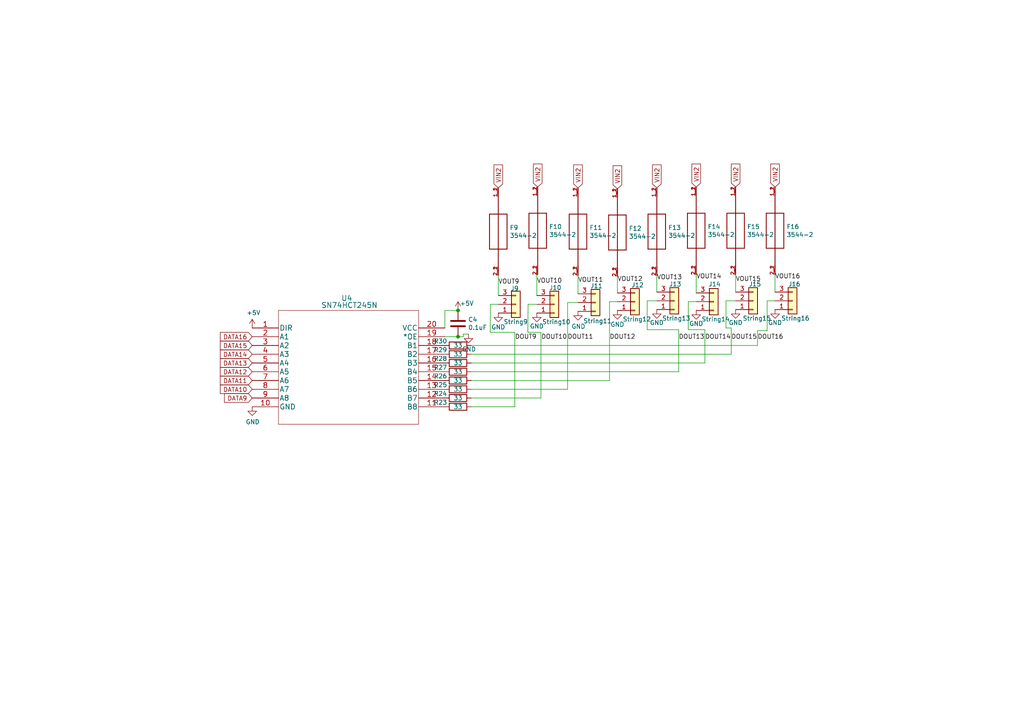
<source format=kicad_sch>
(kicad_sch (version 20211123) (generator eeschema)
  (paper "A4")
  (title_block (title "PB 16") (date "2020-08-11") (rev "v2") (company "Scott Hanson"))
  (lib_symbols
    (symbol "Connector_Generic:Conn_01x03" (pin_names (offset 1.016) hide)
      (property "Reference" "J" (at 0 5.08 0))
      (property "Value" "Conn_01x03" (at 0 -5.08 0))
      (symbol "Conn_01x03_1_1"
        (rectangle (start -1.27 -2.413) (end 0 -2.667) (stroke (width 0.1524)))
        (rectangle (start -1.27 0.127) (end 0 -0.127) (stroke (width 0.1524)))
        (rectangle (start -1.27 2.667) (end 0 2.413) (stroke (width 0.1524)))
        (rectangle (start -1.27 3.81) (end 1.27 -3.81) (stroke (width 0.254)) (fill (type background)))
        (pin passive line (at -5.08 2.54 0) (length 3.81) (name "Pin_1") (number "1"))
        (pin passive line (at -5.08 0 0) (length 3.81) (name "Pin_2") (number "2"))
        (pin passive line (at -5.08 -2.54 0) (length 3.81) (name "Pin_3") (number "3"))
      )
    )
    (symbol "Device:R" (pin_numbers hide) (pin_names (offset 0))
      (property "Reference" "R" (at 2.032 0 90))
      (property "Value" "R" (at 0 0 90))
      (symbol "R_0_1"
        (rectangle (start -1.016 -2.54) (end 1.016 2.54) (stroke (width 0.254)))
      )
      (symbol "R_1_1"
        (pin passive line (at 0 3.81 270) (length 1.27) (name "~") (number "1"))
        (pin passive line (at 0 -3.81 90) (length 1.27) (name "~") (number "2"))
      )
    )
    (symbol "PB_16-rescue:3544-2-Keystone_Fuse" (pin_names (offset 1.016) hide)
      (property "Reference" "F" (at -5.08 3.302 0))
      (property "Value" "3544-2-Keystone_Fuse" (at -5.08 -5.08 0))
      (symbol "3544-2-Keystone_Fuse_0_0"
        (polyline (pts (xy -12.7 0) (xy 12.7 0)) (stroke (width 0.254)))
        (polyline (pts (xy -5.08 -2.54) (xy -5.08 2.54)) (stroke (width 0.254)))
        (polyline (pts (xy -5.08 2.54) (xy 5.08 2.54)) (stroke (width 0.254)))
        (polyline (pts (xy 5.08 -2.54) (xy -5.08 -2.54)) (stroke (width 0.254)))
        (polyline (pts (xy 5.08 2.54) (xy 5.08 -2.54)) (stroke (width 0.254)))
        (pin passive line (at -12.7 0 0) (length 2.54) (name "1") (number "1_1"))
        (pin passive line (at -12.7 0 0) (length 2.54) (name "1") (number "1_2"))
        (pin passive line (at 12.7 0 180) (length 2.54) (name "2") (number "2_1"))
        (pin passive line (at 12.7 0 180) (length 2.54) (name "2") (number "2_2"))
      )
    )
    (symbol "PB_16-rescue:C-Device" (pin_numbers hide) (pin_names (offset 0.254))
      (property "Reference" "C" (at 0.635 2.54 0))
      (property "Value" "C-Device" (at 0.635 -2.54 0))
      (symbol "C-Device_0_1"
        (polyline (pts (xy -2.032 -0.762) (xy 2.032 -0.762)) (stroke (width 0.508)))
        (polyline (pts (xy -2.032 0.762) (xy 2.032 0.762)) (stroke (width 0.508)))
      )
      (symbol "C-Device_1_1"
        (pin passive line (at 0 3.81 270) (length 2.794) (name "~") (number "1"))
        (pin passive line (at 0 -3.81 90) (length 2.794) (name "~") (number "2"))
      )
    )
    (symbol "PB_16-rescue:SN74HCT245N-SN74HCT245N" (pin_names (offset 0.254))
      (property "Reference" "U" (at 27.94 10.16 0))
      (property "Value" "SN74HCT245N-SN74HCT245N" (at 27.94 7.62 0))
      (symbol "SN74HCT245N-SN74HCT245N_1_0"
        (polyline (pts (xy 7.62 -27.94) (xy 48.26 -27.94)) (stroke (width 0.127)))
        (polyline (pts (xy 7.62 5.08) (xy 7.62 -27.94)) (stroke (width 0.127)))
        (polyline (pts (xy 48.26 -27.94) (xy 48.26 5.08)) (stroke (width 0.127)))
        (polyline (pts (xy 48.26 5.08) (xy 7.62 5.08)) (stroke (width 0.127)))
        (pin input line (at 0 0 0) (length 7.62) (name "DIR") (number "1"))
        (pin power_in line (at 0 -22.86 0) (length 7.62) (name "GND") (number "10"))
        (pin bidirectional line (at 55.88 -22.86 180) (length 7.62) (name "B8") (number "11"))
        (pin bidirectional line (at 55.88 -20.32 180) (length 7.62) (name "B7") (number "12"))
        (pin bidirectional line (at 55.88 -17.78 180) (length 7.62) (name "B6") (number "13"))
        (pin bidirectional line (at 55.88 -15.24 180) (length 7.62) (name "B5") (number "14"))
        (pin bidirectional line (at 55.88 -12.7 180) (length 7.62) (name "B4") (number "15"))
        (pin bidirectional line (at 55.88 -10.16 180) (length 7.62) (name "B3") (number "16"))
        (pin bidirectional line (at 55.88 -7.62 180) (length 7.62) (name "B2") (number "17"))
        (pin bidirectional line (at 55.88 -5.08 180) (length 7.62) (name "B1") (number "18"))
        (pin input line (at 55.88 -2.54 180) (length 7.62) (name "*OE") (number "19"))
        (pin bidirectional line (at 0 -2.54 0) (length 7.62) (name "A1") (number "2"))
        (pin power_in line (at 55.88 0 180) (length 7.62) (name "VCC") (number "20"))
        (pin bidirectional line (at 0 -5.08 0) (length 7.62) (name "A2") (number "3"))
        (pin bidirectional line (at 0 -7.62 0) (length 7.62) (name "A3") (number "4"))
        (pin bidirectional line (at 0 -10.16 0) (length 7.62) (name "A4") (number "5"))
        (pin bidirectional line (at 0 -12.7 0) (length 7.62) (name "A5") (number "6"))
        (pin bidirectional line (at 0 -15.24 0) (length 7.62) (name "A6") (number "7"))
        (pin bidirectional line (at 0 -17.78 0) (length 7.62) (name "A7") (number "8"))
        (pin bidirectional line (at 0 -20.32 0) (length 7.62) (name "A8") (number "9"))
      )
    )
    (symbol "power:+5V" (power) (pin_names (offset 0))
      (property "Value" "+5V" (at 0 3.556 0))
      (symbol "+5V_0_1"
        (polyline (pts (xy -0.762 1.27) (xy 0 2.54)))
        (polyline (pts (xy 0 0) (xy 0 2.54)))
        (polyline (pts (xy 0 2.54) (xy 0.762 1.27)))
      )
      (symbol "+5V_1_1"
        (pin power_in line (at 0 0 90) (length 0) hide (name "+5V") (number "1"))
      )
    )
    (symbol "power:GND" (power) (pin_names (offset 0))
      (property "Value" "GND" (at 0 -3.81 0))
      (symbol "GND_0_1"
        (polyline (pts (xy 0 0) (xy 0 -1.27) (xy 1.27 -1.27) (xy 0 -2.54) (xy -1.27 -1.27) (xy 0 -1.27)))
      )
      (symbol "GND_1_1"
        (pin power_in line (at 0 0 270) (length 0) hide (name "GND") (number "1"))
      )
    )
  )
  (junction (at 132.842 90.043))
  (junction (at 132.842 97.663))
  (wire (pts (xy 153.0895 96.393) (xy 153.162 88.265)))
  (wire (pts (xy 213.36 79.629) (xy 213.36 84.709)))
  (wire (pts (xy 155.702 79.629) (xy 155.956 79.629)))
  (wire (pts (xy 179.07 84.963) (xy 179.07 80.137)))
  (wire (pts (xy 164.6272 112.903) (xy 164.6272 87.757)))
  (wire (pts (xy 136.652 115.443) (xy 156.8995 115.443)))
  (wire (pts (xy 196.85 107.823) (xy 196.85 95.631)))
  (wire (pts (xy 190.5 84.709) (xy 190.5 79.883)))
  (wire (pts (xy 201.93 79.629) (xy 201.93 84.963)))
  (wire (pts (xy 134.366 97.663) (xy 132.842 97.663)))
  (wire (pts (xy 155.702 85.725) (xy 155.702 79.629)))
  (wire (pts (xy 224.79 84.709) (xy 224.79 79.629)))
  (wire (pts (xy 187.706 95.631) (xy 196.85 95.631)))
  (wire (pts (xy 190.5 87.249) (xy 187.706 87.249)))
  (wire (pts (xy 132.842 97.663) (xy 129.032 97.663)))
  (wire (pts (xy 212.09 95.123) (xy 210.566 95.123)))
  (wire (pts (xy 201.93 87.503) (xy 199.644 87.503)))
  (wire (pts (xy 176.784 110.363) (xy 176.784 87.503)))
  (wire (pts (xy 142.24 88.265) (xy 144.526 88.265)))
  (wire (pts (xy 219.71 95.885) (xy 222.504 95.885)))
  (wire (pts (xy 142.2 96.393) (xy 149.312 96.393)))
  (wire (pts (xy 210.566 95.123) (xy 210.566 87.249)))
  (wire (pts (xy 167.64 79.883) (xy 167.64 85.217)))
  (wire (pts (xy 153.0895 96.393) (xy 156.8995 96.393)))
  (wire (pts (xy 212.09 102.743) (xy 212.09 95.123)))
  (wire (pts (xy 222.504 87.249) (xy 224.79 87.249)))
  (wire (pts (xy 136.652 110.363) (xy 176.784 110.363)))
  (wire (pts (xy 142.2 96.393) (xy 142.24 88.265)))
  (wire (pts (xy 199.644 87.503) (xy 199.6169 95.631)))
  (wire (pts (xy 210.566 87.249) (xy 213.36 87.249)))
  (wire (pts (xy 187.706 87.249) (xy 187.706 95.631)))
  (wire (pts (xy 199.6169 95.631) (xy 204.4429 95.631)))
  (wire (pts (xy 134.366 96.901) (xy 134.366 97.663)))
  (wire (pts (xy 129.032 90.043) (xy 129.032 95.123)))
  (wire (pts (xy 135.89 96.901) (xy 134.366 96.901)))
  (wire (pts (xy 144.526 79.883) (xy 144.526 85.725)))
  (wire (pts (xy 136.652 107.823) (xy 196.85 107.823)))
  (wire (pts (xy 204.4429 105.283) (xy 204.4429 95.631)))
  (wire (pts (xy 155.702 88.265) (xy 153.162 88.265)))
  (wire (pts (xy 136.652 112.903) (xy 164.6272 112.903)))
  (wire (pts (xy 179.07 87.503) (xy 176.784 87.503)))
  (wire (pts (xy 136.652 105.283) (xy 204.4429 105.283)))
  (wire (pts (xy 136.652 100.203) (xy 219.71 100.203)))
  (wire (pts (xy 136.652 102.743) (xy 212.09 102.743)))
  (wire (pts (xy 132.842 90.043) (xy 129.032 90.043)))
  (wire (pts (xy 164.6272 87.757) (xy 167.64 87.757)))
  (wire (pts (xy 136.652 117.983) (xy 149.312 117.983)))
  (wire (pts (xy 149.312 117.983) (xy 149.312 96.393)))
  (wire (pts (xy 219.71 100.203) (xy 219.71 95.885)))
  (wire (pts (xy 222.504 95.885) (xy 222.504 87.249)))
  (wire (pts (xy 156.8995 115.443) (xy 156.8995 96.393)))
  (label "VOUT15" (at 213.36 81.915 0))
  (label "DOUT13" (at 196.85 98.679 0))
  (label "VOUT12" (at 179.07 81.915 0))
  (label "DOUT11" (at 164.592 98.679 0))
  (label "DOUT14" (at 204.47 98.679 0))
  (label "VOUT10" (at 155.702 82.423 0))
  (label "DOUT9" (at 149.352 98.679 0))
  (label "VOUT14" (at 201.93 81.153 0))
  (label "DOUT16" (at 219.71 98.679 0))
  (label "VOUT16" (at 224.79 81.153 0))
  (label "DOUT15" (at 212.09 98.679 0))
  (label "VOUT9" (at 144.526 82.677 0))
  (label "VOUT11" (at 167.64 82.169 0))
  (label "DOUT12" (at 176.784 98.679 0))
  (label "VOUT13" (at 190.5 81.407 0))
  (label "DOUT10" (at 156.972 98.679 0))
  (global_label "DATA11" (shape input) (at 73.152 110.363 180) (property "Intersheet References" "${INTERSHEET_REFS}" (effects hide)))
  (global_label "VIN2" (shape input) (at 190.5 54.483 90) (property "Intersheet References" "${INTERSHEET_REFS}" (effects hide)))
  (global_label "VIN2" (shape input) (at 201.93 54.229 90) (property "Intersheet References" "${INTERSHEET_REFS}" (effects hide)))
  (global_label "DATA14" (shape input) (at 73.152 102.743 180) (property "Intersheet References" "${INTERSHEET_REFS}" (effects hide)))
  (global_label "VIN2" (shape input) (at 224.79 54.229 90) (property "Intersheet References" "${INTERSHEET_REFS}" (effects hide)))
  (global_label "VIN2" (shape input) (at 179.07 54.737 90) (property "Intersheet References" "${INTERSHEET_REFS}" (effects hide)))
  (global_label "DATA15" (shape input) (at 73.152 100.203 180) (property "Intersheet References" "${INTERSHEET_REFS}" (effects hide)))
  (global_label "DATA16" (shape input) (at 73.152 97.663 180) (property "Intersheet References" "${INTERSHEET_REFS}" (effects hide)))
  (global_label "VIN2" (shape input) (at 167.64 54.483 90) (property "Intersheet References" "${INTERSHEET_REFS}" (effects hide)))
  (global_label "VIN2" (shape input) (at 213.36 54.229 90) (property "Intersheet References" "${INTERSHEET_REFS}" (effects hide)))
  (global_label "DATA9" (shape input) (at 73.152 115.443 180) (property "Intersheet References" "${INTERSHEET_REFS}" (effects hide)))
  (global_label "VIN2" (shape input) (at 144.526 54.483 90) (property "Intersheet References" "${INTERSHEET_REFS}" (effects hide)))
  (global_label "VIN2" (shape input) (at 155.956 54.229 90) (property "Intersheet References" "${INTERSHEET_REFS}" (effects hide)))
  (global_label "DATA12" (shape input) (at 73.152 107.823 180) (property "Intersheet References" "${INTERSHEET_REFS}" (effects hide)))
  (global_label "DATA13" (shape input) (at 73.152 105.283 180) (property "Intersheet References" "${INTERSHEET_REFS}" (effects hide)))
  (global_label "DATA10" (shape input) (at 73.152 112.903 180) (property "Intersheet References" "${INTERSHEET_REFS}" (effects hide)))
  (symbol (lib_id "Connector_Generic:Conn_01x03") (at 149.606 88.265 0) (mirror x) (unit 1)
    (property "Reference" "J9" (at 148.082 83.693 0) (effects (justify left)))
    (property "Value" "String9" (at 146.05 93.345 0) (effects (justify left)))
    (property "Footprint" "Connector_Phoenix_MC:PhoenixContact_MCV_1,5_3-G-3.5_1x03_P3.50mm_Vertical" (effects hide))
    (property "Digi-Key_PN" "277-5737-ND/ED10555-ND" (effects hide))
    (property "MPN" "1843619/OSTTJ0311530" (effects hide))
  )
  (symbol (lib_id "Connector_Generic:Conn_01x03") (at 160.782 88.265 0) (mirror x) (unit 1)
    (property "Reference" "J10" (at 159.258 83.439 0) (effects (justify left)))
    (property "Value" "String10" (at 157.226 93.345 0) (effects (justify left)))
    (property "Footprint" "Connector_Phoenix_MC:PhoenixContact_MCV_1,5_3-G-3.5_1x03_P3.50mm_Vertical" (effects hide))
    (property "Digi-Key_PN" "277-5737-ND/ED10555-ND" (effects hide))
    (property "MPN" "1843619/OSTTJ0311530" (effects hide))
  )
  (symbol (lib_id "Connector_Generic:Conn_01x03") (at 172.72 87.757 0) (mirror x) (unit 1)
    (property "Reference" "J11" (at 171.196 82.931 0) (effects (justify left)))
    (property "Value" "String11" (at 169.164 93.091 0) (effects (justify left)))
    (property "Footprint" "Connector_Phoenix_MC:PhoenixContact_MCV_1,5_3-G-3.5_1x03_P3.50mm_Vertical" (effects hide))
    (property "Digi-Key_PN" "277-5737-ND/ED10555-ND" (effects hide))
    (property "MPN" "1843619/OSTTJ0311530" (effects hide))
  )
  (symbol (lib_id "Connector_Generic:Conn_01x03") (at 184.15 87.503 0) (mirror x) (unit 1)
    (property "Reference" "J12" (at 183.134 82.677 0) (effects (justify left)))
    (property "Value" "String12" (at 180.594 92.583 0) (effects (justify left)))
    (property "Footprint" "Connector_Phoenix_MC:PhoenixContact_MCV_1,5_3-G-3.5_1x03_P3.50mm_Vertical" (effects hide))
    (property "Digi-Key_PN" "277-5737-ND/ED10555-ND" (effects hide))
    (property "MPN" "1843619/OSTTJ0311530" (effects hide))
  )
  (symbol (lib_id "Connector_Generic:Conn_01x03") (at 195.58 87.249 0) (mirror x) (unit 1)
    (property "Reference" "J13" (at 194.056 82.423 0) (effects (justify left)))
    (property "Value" "String13" (at 192.024 92.329 0) (effects (justify left)))
    (property "Footprint" "Connector_Phoenix_MC:PhoenixContact_MCV_1,5_3-G-3.5_1x03_P3.50mm_Vertical" (effects hide))
    (property "Digi-Key_PN" "277-5737-ND/ED10555-ND" (effects hide))
    (property "MPN" "1843619/OSTTJ0311530" (effects hide))
  )
  (symbol (lib_id "Connector_Generic:Conn_01x03") (at 207.01 87.503 0) (mirror x) (unit 1)
    (property "Reference" "J14" (at 205.486 82.423 0) (effects (justify left)))
    (property "Value" "String14" (at 203.454 92.583 0) (effects (justify left)))
    (property "Footprint" "Connector_Phoenix_MC:PhoenixContact_MCV_1,5_3-G-3.5_1x03_P3.50mm_Vertical" (effects hide))
    (property "Digi-Key_PN" "277-5737-ND/ED10555-ND" (effects hide))
    (property "MPN" "1843619/OSTTJ0311530" (effects hide))
  )
  (symbol (lib_id "Connector_Generic:Conn_01x03") (at 218.44 87.249 0) (mirror x) (unit 1)
    (property "Reference" "J15" (at 217.17 82.423 0) (effects (justify left)))
    (property "Value" "String15" (at 215.392 92.329 0) (effects (justify left)))
    (property "Footprint" "Connector_Phoenix_MC:PhoenixContact_MCV_1,5_3-G-3.5_1x03_P3.50mm_Vertical" (effects hide))
    (property "Digi-Key_PN" "277-5737-ND/ED10555-ND" (effects hide))
    (property "MPN" "1843619/OSTTJ0311530" (effects hide))
  )
  (symbol (lib_id "Connector_Generic:Conn_01x03") (at 229.87 87.249 0) (mirror x) (unit 1)
    (property "Reference" "J16" (at 228.6 82.423 0) (effects (justify left)))
    (property "Value" "String16" (at 226.568 92.329 0) (effects (justify left)))
    (property "Footprint" "Connector_Phoenix_MC:PhoenixContact_MCV_1,5_3-G-3.5_1x03_P3.50mm_Vertical" (effects hide))
    (property "Digi-Key_PN" "277-5737-ND/ED10555-ND" (effects hide))
    (property "MPN" "1843619/OSTTJ0311530" (effects hide))
  )
  (symbol (lib_id "power:GND") (at 144.526 90.805 0) (unit 1)
    (property "Reference" "#PWR024" (effects hide))
    (property "Value" "GND" (at 144.526 94.869 0))
  )
  (symbol (lib_id "power:GND") (at 155.702 90.805 0) (unit 1)
    (property "Reference" "#PWR025" (effects hide))
    (property "Value" "GND" (at 155.702 94.615 0))
  )
  (symbol (lib_id "power:GND") (at 167.64 90.297 0) (unit 1)
    (property "Reference" "#PWR026" (effects hide))
    (property "Value" "GND" (at 167.767 94.6912 0))
  )
  (symbol (lib_id "power:GND") (at 179.07 90.043 0) (unit 1)
    (property "Reference" "#PWR027" (effects hide))
    (property "Value" "GND" (at 179.07 94.107 0))
  )
  (symbol (lib_id "power:GND") (at 190.5 89.789 0) (unit 1)
    (property "Reference" "#PWR028" (effects hide))
    (property "Value" "GND" (at 190.5 93.599 0))
  )
  (symbol (lib_id "power:GND") (at 201.93 90.043 0) (unit 1)
    (property "Reference" "#PWR029" (effects hide))
    (property "Value" "GND" (at 201.93 93.853 0))
  )
  (symbol (lib_id "power:GND") (at 213.36 89.789 0) (unit 1)
    (property "Reference" "#PWR030" (effects hide))
    (property "Value" "GND" (at 213.36 93.599 0))
  )
  (symbol (lib_id "power:GND") (at 224.79 89.789 0) (unit 1)
    (property "Reference" "#PWR031" (effects hide))
    (property "Value" "GND" (at 224.79 93.599 0))
  )
  (symbol (lib_id "PB_16-rescue:3544-2-Keystone_Fuse") (at 155.956 66.929 270) (unit 1)
    (property "Reference" "F10" (at 159.258 65.7606 90) (effects (justify left)))
    (property "Value" "3544-2" (at 159.258 68.072 90) (effects (justify left)))
    (property "Footprint" "Keystone_Fuse:FUSE_3544-2" (effects hide))
    (property "Field4" "3544-2" (effects hide))
    (property "Field5" "None" (effects hide))
    (property "Field6" "Unavailable" (effects hide))
    (property "Field7" "Fuse Clip; 500 VAC; 30 A; PCB; For 0.110 in. x 0.032 in. mini blade fuses" (effects hide))
    (property "Field8" "Keystone Electronics" (effects hide))
    (property "Digi-Key_PN" "36-3544-2-ND" (effects hide))
    (property "MPN" "3544-2" (effects hide))
  )
  (symbol (lib_id "PB_16-rescue:3544-2-Keystone_Fuse") (at 167.64 67.183 270) (unit 1)
    (property "Reference" "F11" (at 170.942 66.0146 90) (effects (justify left)))
    (property "Value" "3544-2" (at 170.942 68.326 90) (effects (justify left)))
    (property "Footprint" "Keystone_Fuse:FUSE_3544-2" (effects hide))
    (property "Field4" "3544-2" (effects hide))
    (property "Field5" "None" (effects hide))
    (property "Field6" "Unavailable" (effects hide))
    (property "Field7" "Fuse Clip; 500 VAC; 30 A; PCB; For 0.110 in. x 0.032 in. mini blade fuses" (effects hide))
    (property "Field8" "Keystone Electronics" (effects hide))
    (property "Digi-Key_PN" "36-3544-2-ND" (effects hide))
    (property "MPN" "3544-2" (effects hide))
  )
  (symbol (lib_id "PB_16-rescue:3544-2-Keystone_Fuse") (at 179.07 67.437 270) (unit 1)
    (property "Reference" "F12" (at 182.372 66.2686 90) (effects (justify left)))
    (property "Value" "3544-2" (at 182.372 68.58 90) (effects (justify left)))
    (property "Footprint" "Keystone_Fuse:FUSE_3544-2" (effects hide))
    (property "Field4" "3544-2" (effects hide))
    (property "Field5" "None" (effects hide))
    (property "Field6" "Unavailable" (effects hide))
    (property "Field7" "Fuse Clip; 500 VAC; 30 A; PCB; For 0.110 in. x 0.032 in. mini blade fuses" (effects hide))
    (property "Field8" "Keystone Electronics" (effects hide))
    (property "Digi-Key_PN" "36-3544-2-ND" (effects hide))
    (property "MPN" "3544-2" (effects hide))
  )
  (symbol (lib_id "PB_16-rescue:3544-2-Keystone_Fuse") (at 190.5 67.183 270) (unit 1)
    (property "Reference" "F13" (at 193.802 66.0146 90) (effects (justify left)))
    (property "Value" "3544-2" (at 193.802 68.326 90) (effects (justify left)))
    (property "Footprint" "Keystone_Fuse:FUSE_3544-2" (effects hide))
    (property "Field4" "3544-2" (effects hide))
    (property "Field5" "None" (effects hide))
    (property "Field6" "Unavailable" (effects hide))
    (property "Field7" "Fuse Clip; 500 VAC; 30 A; PCB; For 0.110 in. x 0.032 in. mini blade fuses" (effects hide))
    (property "Field8" "Keystone Electronics" (effects hide))
    (property "Digi-Key_PN" "36-3544-2-ND" (effects hide))
    (property "MPN" "3544-2" (effects hide))
  )
  (symbol (lib_id "PB_16-rescue:3544-2-Keystone_Fuse") (at 201.93 66.929 270) (unit 1)
    (property "Reference" "F14" (at 205.232 65.7606 90) (effects (justify left)))
    (property "Value" "3544-2" (at 205.232 68.072 90) (effects (justify left)))
    (property "Footprint" "Keystone_Fuse:FUSE_3544-2" (effects hide))
    (property "Field4" "3544-2" (effects hide))
    (property "Field5" "None" (effects hide))
    (property "Field6" "Unavailable" (effects hide))
    (property "Field7" "Fuse Clip; 500 VAC; 30 A; PCB; For 0.110 in. x 0.032 in. mini blade fuses" (effects hide))
    (property "Field8" "Keystone Electronics" (effects hide))
    (property "Digi-Key_PN" "36-3544-2-ND" (effects hide))
    (property "MPN" "3544-2" (effects hide))
  )
  (symbol (lib_id "PB_16-rescue:3544-2-Keystone_Fuse") (at 213.36 66.929 270) (unit 1)
    (property "Reference" "F15" (at 216.662 65.7606 90) (effects (justify left)))
    (property "Value" "3544-2" (at 216.662 68.072 90) (effects (justify left)))
    (property "Footprint" "Keystone_Fuse:FUSE_3544-2" (effects hide))
    (property "Field4" "3544-2" (effects hide))
    (property "Field5" "None" (effects hide))
    (property "Field6" "Unavailable" (effects hide))
    (property "Field7" "Fuse Clip; 500 VAC; 30 A; PCB; For 0.110 in. x 0.032 in. mini blade fuses" (effects hide))
    (property "Field8" "Keystone Electronics" (effects hide))
    (property "Digi-Key_PN" "36-3544-2-ND" (effects hide))
    (property "MPN" "3544-2" (effects hide))
  )
  (symbol (lib_id "PB_16-rescue:3544-2-Keystone_Fuse") (at 224.79 66.929 270) (unit 1)
    (property "Reference" "F16" (at 228.092 65.7606 90) (effects (justify left)))
    (property "Value" "3544-2" (at 228.092 68.072 90) (effects (justify left)))
    (property "Footprint" "Keystone_Fuse:FUSE_3544-2" (effects hide))
    (property "Field4" "3544-2" (effects hide))
    (property "Field5" "None" (effects hide))
    (property "Field6" "Unavailable" (effects hide))
    (property "Field7" "Fuse Clip; 500 VAC; 30 A; PCB; For 0.110 in. x 0.032 in. mini blade fuses" (effects hide))
    (property "Field8" "Keystone Electronics" (effects hide))
    (property "Digi-Key_PN" "36-3544-2-ND" (effects hide))
    (property "MPN" "3544-2" (effects hide))
  )
  (symbol (lib_id "power:GND") (at 135.89 96.901 0) (unit 1)
    (property "Reference" "#PWR023" (effects hide))
    (property "Value" "GND" (at 136.017 101.2952 0))
  )
  (symbol (lib_id "power:+5V") (at 73.152 95.123 0) (unit 1)
    (property "Reference" "#PWR020" (effects hide))
    (property "Value" "+5V" (at 73.533 90.7288 0))
  )
  (symbol (lib_id "power:GND") (at 73.152 117.983 0) (unit 1)
    (property "Reference" "#PWR021" (effects hide))
    (property "Value" "GND" (at 73.279 122.3772 0))
  )
  (symbol (lib_id "PB_16-rescue:C-Device") (at 132.842 93.853 0) (unit 1)
    (property "Reference" "C4" (at 135.763 92.6846 0) (effects (justify left)))
    (property "Value" "0.1uF" (at 135.763 94.996 0) (effects (justify left)))
    (property "Footprint" "Capacitor_SMD:C_0805_2012Metric_Pad1.15x1.40mm_HandSolder" (effects hide))
    (property "Digi-Key_PN" "1276-1007-1-ND" (effects hide))
    (property "MPN" "CL21F104ZBCNNNC" (effects hide))
    (property "LCSC" "C49678" (effects hide))
  )
  (symbol (lib_id "power:+5V") (at 132.842 90.043 0) (unit 1)
    (property "Reference" "#PWR022" (effects hide))
    (property "Value" "+5V" (at 135.382 88.011 0))
  )
  (symbol (lib_id "PB_16-rescue:SN74HCT245N-SN74HCT245N") (at 73.152 95.123 0) (unit 1)
    (property "Reference" "U4" (at 100.584 86.487 0) (effects (font (size 1.524 1.524))))
    (property "Value" "SN74HCT245N" (at 101.346 88.519 0) (effects (font (size 1.524 1.524))))
    (property "Footprint" "SN74HCT245NSR:SN74HCT245NSR" (effects hide))
    (property "Digi-Key_PN" "296-15849-1-ND" (effects hide))
    (property "MPN" "SN74HCT245NSR" (effects hide))
    (property "LCSC" "C133641" (effects hide))
  )
  (symbol (lib_id "PB_16-rescue:3544-2-Keystone_Fuse") (at 144.526 67.183 270) (unit 1)
    (property "Reference" "F9" (at 147.828 66.0146 90) (effects (justify left)))
    (property "Value" "3544-2" (at 147.828 68.326 90) (effects (justify left)))
    (property "Footprint" "Keystone_Fuse:FUSE_3544-2" (effects hide))
    (property "Field4" "3544-2" (effects hide))
    (property "Field5" "None" (effects hide))
    (property "Field6" "Unavailable" (effects hide))
    (property "Field7" "Fuse Clip; 500 VAC; 30 A; PCB; For 0.110 in. x 0.032 in. mini blade fuses" (effects hide))
    (property "Field8" "Keystone Electronics" (effects hide))
    (property "Digi-Key_PN" "36-3544-2-ND" (effects hide))
    (property "MPN" "3544-2" (effects hide))
  )
  (symbol (lib_id "Device:R") (at 132.842 105.283 90) (unit 1)
    (property "Reference" "R28" (at 127.762 104.013 90))
    (property "Value" "33" (at 132.842 105.283 90))
    (property "Footprint" "Resistor_SMD:R_0603_1608Metric_Pad0.98x0.95mm_HandSolder" (effects hide))
    (property "LCSC" "C23140" (effects hide))
    (property "Digi-Key_PN" "2571-CN34J330CTTR-ND" (effects hide))
    (property "MPN" "CN34J330CT" (effects hide))
  )
  (symbol (lib_id "Device:R") (at 132.842 110.363 90) (unit 1)
    (property "Reference" "R26" (at 127.762 109.093 90))
    (property "Value" "33" (at 132.842 110.363 90))
    (property "Footprint" "Resistor_SMD:R_0603_1608Metric_Pad0.98x0.95mm_HandSolder" (effects hide))
    (property "LCSC" "C23140" (effects hide))
    (property "Digi-Key_PN" "2571-CN34J330CTTR-ND" (effects hide))
    (property "MPN" "CN34J330CT" (effects hide))
  )
  (symbol (lib_id "Device:R") (at 132.842 100.203 90) (unit 1)
    (property "Reference" "R30" (at 127.762 98.933 90))
    (property "Value" "33" (at 132.842 100.203 90))
    (property "Footprint" "Resistor_SMD:R_0603_1608Metric_Pad0.98x0.95mm_HandSolder" (effects hide))
    (property "LCSC" "C23140" (effects hide))
    (property "Digi-Key_PN" "2571-CN34J330CTTR-ND" (effects hide))
    (property "MPN" "CN34J330CT" (effects hide))
  )
  (symbol (lib_id "Device:R") (at 132.842 117.983 90) (unit 1)
    (property "Reference" "R23" (at 127.762 116.713 90))
    (property "Value" "33" (at 132.842 117.983 90))
    (property "Footprint" "Resistor_SMD:R_0603_1608Metric_Pad0.98x0.95mm_HandSolder" (effects hide))
    (property "LCSC" "C23140" (effects hide))
    (property "Digi-Key_PN" "2571-CN34J330CTTR-ND" (effects hide))
    (property "MPN" "CN34J330CT" (effects hide))
  )
  (symbol (lib_id "Device:R") (at 132.842 107.823 90) (unit 1)
    (property "Reference" "R27" (at 127.762 106.553 90))
    (property "Value" "33" (at 132.842 107.823 90))
    (property "Footprint" "Resistor_SMD:R_0603_1608Metric_Pad0.98x0.95mm_HandSolder" (effects hide))
    (property "LCSC" "C23140" (effects hide))
    (property "Digi-Key_PN" "2571-CN34J330CTTR-ND" (effects hide))
    (property "MPN" "CN34J330CT" (effects hide))
  )
  (symbol (lib_id "Device:R") (at 132.842 102.743 90) (unit 1)
    (property "Reference" "R29" (at 127.762 101.473 90))
    (property "Value" "33" (at 132.842 102.743 90))
    (property "Footprint" "Resistor_SMD:R_0603_1608Metric_Pad0.98x0.95mm_HandSolder" (effects hide))
    (property "LCSC" "C23140" (effects hide))
    (property "Digi-Key_PN" "2571-CN34J330CTTR-ND" (effects hide))
    (property "MPN" "CN34J330CT" (effects hide))
  )
  (symbol (lib_id "Device:R") (at 132.842 112.903 90) (unit 1)
    (property "Reference" "R25" (at 127.762 111.633 90))
    (property "Value" "33" (at 132.842 112.903 90))
    (property "Footprint" "Resistor_SMD:R_0603_1608Metric_Pad0.98x0.95mm_HandSolder" (effects hide))
    (property "LCSC" "C23140" (effects hide))
    (property "Digi-Key_PN" "2571-CN34J330CTTR-ND" (effects hide))
    (property "MPN" "CN34J330CT" (effects hide))
  )
  (symbol (lib_id "Device:R") (at 132.842 115.443 90) (unit 1)
    (property "Reference" "R24" (at 127.762 114.173 90))
    (property "Value" "33" (at 132.842 115.443 90))
    (property "Footprint" "Resistor_SMD:R_0603_1608Metric_Pad0.98x0.95mm_HandSolder" (effects hide))
    (property "LCSC" "C23140" (effects hide))
    (property "Digi-Key_PN" "2571-CN34J330CTTR-ND" (effects hide))
    (property "MPN" "CN34J330CT" (effects hide))
  )
)
</source>
